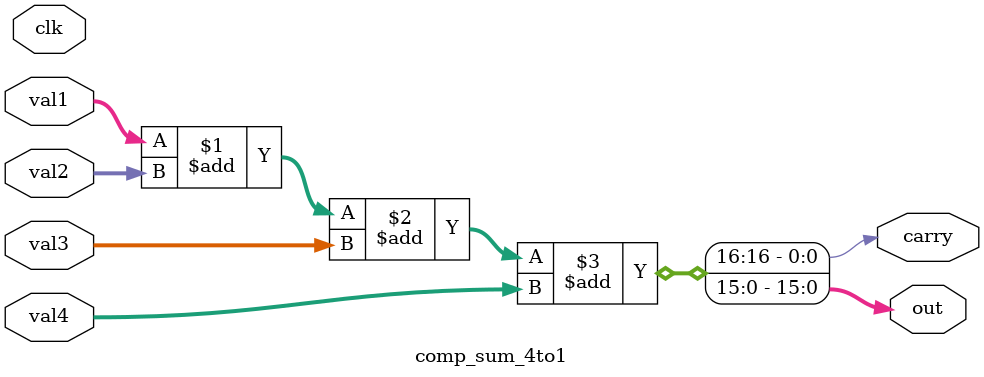
<source format=sv>

/****** comp_sum_2to1.sv *******/

// Inputs: 4 inputs, 16 bits each
// Outputs: 1 output, 16 bits

module comp_sum_4to1(clk, val1, val2, val3, val4, out, carry);
    
    /* verilator lint_off UNUSED */
    input   clk;                                // clock signal

    input   [15:0] val1; 
    input   [15:0] val2;                        
    input   [15:0] val3;
    input   [15:0] val4;

    output  [15:0] out;                        // signal sending the result
    output         carry;


    assign {carry, out} = val1 + val2 + val3 + val4;   

        
endmodule
</source>
